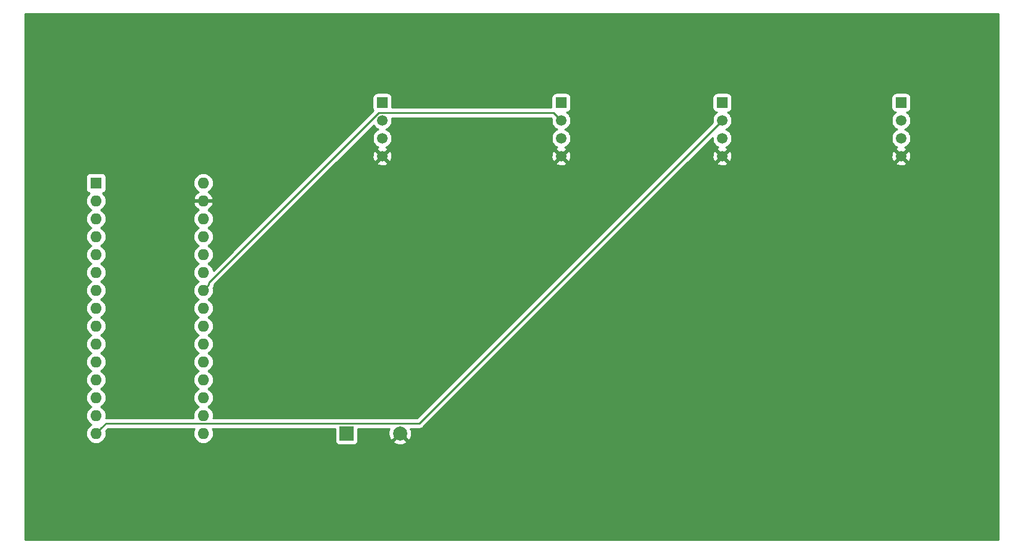
<source format=gbl>
G04 #@! TF.GenerationSoftware,KiCad,Pcbnew,(5.1.0)-1*
G04 #@! TF.CreationDate,2019-10-21T13:58:11-04:00*
G04 #@! TF.ProjectId,PCB_NEW,5043425f-4e45-4572-9e6b-696361645f70,rev?*
G04 #@! TF.SameCoordinates,Original*
G04 #@! TF.FileFunction,Copper,L2,Bot*
G04 #@! TF.FilePolarity,Positive*
%FSLAX46Y46*%
G04 Gerber Fmt 4.6, Leading zero omitted, Abs format (unit mm)*
G04 Created by KiCad (PCBNEW (5.1.0)-1) date 2019-10-21 13:58:11*
%MOMM*%
%LPD*%
G04 APERTURE LIST*
%ADD10C,1.500000*%
%ADD11R,1.500000X1.500000*%
%ADD12C,2.000000*%
%ADD13R,2.000000X2.000000*%
%ADD14O,1.600000X1.600000*%
%ADD15R,1.600000X1.600000*%
%ADD16C,0.250000*%
%ADD17C,0.254000*%
G04 APERTURE END LIST*
D10*
X176530000Y-83820000D03*
X176530000Y-81280000D03*
X176530000Y-78740000D03*
D11*
X176530000Y-76200000D03*
D10*
X151130000Y-83820000D03*
X151130000Y-81280000D03*
X151130000Y-78740000D03*
D11*
X151130000Y-76200000D03*
D10*
X128270000Y-83820000D03*
X128270000Y-81280000D03*
X128270000Y-78740000D03*
D11*
X128270000Y-76200000D03*
D10*
X102870000Y-83820000D03*
X102870000Y-81280000D03*
X102870000Y-78740000D03*
D11*
X102870000Y-76200000D03*
D12*
X105390000Y-123190000D03*
D13*
X97790000Y-123190000D03*
D14*
X77470000Y-123190000D03*
X62230000Y-123190000D03*
X77470000Y-87630000D03*
X62230000Y-120650000D03*
X77470000Y-90170000D03*
X62230000Y-118110000D03*
X77470000Y-92710000D03*
X62230000Y-115570000D03*
X77470000Y-95250000D03*
X62230000Y-113030000D03*
X77470000Y-97790000D03*
X62230000Y-110490000D03*
X77470000Y-100330000D03*
X62230000Y-107950000D03*
X77470000Y-102870000D03*
X62230000Y-105410000D03*
X77470000Y-105410000D03*
X62230000Y-102870000D03*
X77470000Y-107950000D03*
X62230000Y-100330000D03*
X77470000Y-110490000D03*
X62230000Y-97790000D03*
X77470000Y-113030000D03*
X62230000Y-95250000D03*
X77470000Y-115570000D03*
X62230000Y-92710000D03*
X77470000Y-118110000D03*
X62230000Y-90170000D03*
X77470000Y-120650000D03*
D15*
X62230000Y-87630000D03*
D16*
X63029999Y-122390001D02*
X62230000Y-123190000D01*
X63644999Y-121775001D02*
X63029999Y-122390001D01*
X108094999Y-121775001D02*
X63644999Y-121775001D01*
X151130000Y-78740000D02*
X108094999Y-121775001D01*
X78269999Y-102070001D02*
X77470000Y-102870000D01*
X78269999Y-101748999D02*
X78269999Y-102070001D01*
X102353999Y-77664999D02*
X78269999Y-101748999D01*
X127194999Y-77664999D02*
X102353999Y-77664999D01*
X128270000Y-78740000D02*
X127194999Y-77664999D01*
D17*
G36*
X190373000Y-138303000D02*
G01*
X52197000Y-138303000D01*
X52197000Y-90170000D01*
X60788057Y-90170000D01*
X60815764Y-90451309D01*
X60897818Y-90721808D01*
X61031068Y-90971101D01*
X61210392Y-91189608D01*
X61428899Y-91368932D01*
X61561858Y-91440000D01*
X61428899Y-91511068D01*
X61210392Y-91690392D01*
X61031068Y-91908899D01*
X60897818Y-92158192D01*
X60815764Y-92428691D01*
X60788057Y-92710000D01*
X60815764Y-92991309D01*
X60897818Y-93261808D01*
X61031068Y-93511101D01*
X61210392Y-93729608D01*
X61428899Y-93908932D01*
X61561858Y-93980000D01*
X61428899Y-94051068D01*
X61210392Y-94230392D01*
X61031068Y-94448899D01*
X60897818Y-94698192D01*
X60815764Y-94968691D01*
X60788057Y-95250000D01*
X60815764Y-95531309D01*
X60897818Y-95801808D01*
X61031068Y-96051101D01*
X61210392Y-96269608D01*
X61428899Y-96448932D01*
X61561858Y-96520000D01*
X61428899Y-96591068D01*
X61210392Y-96770392D01*
X61031068Y-96988899D01*
X60897818Y-97238192D01*
X60815764Y-97508691D01*
X60788057Y-97790000D01*
X60815764Y-98071309D01*
X60897818Y-98341808D01*
X61031068Y-98591101D01*
X61210392Y-98809608D01*
X61428899Y-98988932D01*
X61561858Y-99060000D01*
X61428899Y-99131068D01*
X61210392Y-99310392D01*
X61031068Y-99528899D01*
X60897818Y-99778192D01*
X60815764Y-100048691D01*
X60788057Y-100330000D01*
X60815764Y-100611309D01*
X60897818Y-100881808D01*
X61031068Y-101131101D01*
X61210392Y-101349608D01*
X61428899Y-101528932D01*
X61561858Y-101600000D01*
X61428899Y-101671068D01*
X61210392Y-101850392D01*
X61031068Y-102068899D01*
X60897818Y-102318192D01*
X60815764Y-102588691D01*
X60788057Y-102870000D01*
X60815764Y-103151309D01*
X60897818Y-103421808D01*
X61031068Y-103671101D01*
X61210392Y-103889608D01*
X61428899Y-104068932D01*
X61561858Y-104140000D01*
X61428899Y-104211068D01*
X61210392Y-104390392D01*
X61031068Y-104608899D01*
X60897818Y-104858192D01*
X60815764Y-105128691D01*
X60788057Y-105410000D01*
X60815764Y-105691309D01*
X60897818Y-105961808D01*
X61031068Y-106211101D01*
X61210392Y-106429608D01*
X61428899Y-106608932D01*
X61561858Y-106680000D01*
X61428899Y-106751068D01*
X61210392Y-106930392D01*
X61031068Y-107148899D01*
X60897818Y-107398192D01*
X60815764Y-107668691D01*
X60788057Y-107950000D01*
X60815764Y-108231309D01*
X60897818Y-108501808D01*
X61031068Y-108751101D01*
X61210392Y-108969608D01*
X61428899Y-109148932D01*
X61561858Y-109220000D01*
X61428899Y-109291068D01*
X61210392Y-109470392D01*
X61031068Y-109688899D01*
X60897818Y-109938192D01*
X60815764Y-110208691D01*
X60788057Y-110490000D01*
X60815764Y-110771309D01*
X60897818Y-111041808D01*
X61031068Y-111291101D01*
X61210392Y-111509608D01*
X61428899Y-111688932D01*
X61561858Y-111760000D01*
X61428899Y-111831068D01*
X61210392Y-112010392D01*
X61031068Y-112228899D01*
X60897818Y-112478192D01*
X60815764Y-112748691D01*
X60788057Y-113030000D01*
X60815764Y-113311309D01*
X60897818Y-113581808D01*
X61031068Y-113831101D01*
X61210392Y-114049608D01*
X61428899Y-114228932D01*
X61561858Y-114300000D01*
X61428899Y-114371068D01*
X61210392Y-114550392D01*
X61031068Y-114768899D01*
X60897818Y-115018192D01*
X60815764Y-115288691D01*
X60788057Y-115570000D01*
X60815764Y-115851309D01*
X60897818Y-116121808D01*
X61031068Y-116371101D01*
X61210392Y-116589608D01*
X61428899Y-116768932D01*
X61561858Y-116840000D01*
X61428899Y-116911068D01*
X61210392Y-117090392D01*
X61031068Y-117308899D01*
X60897818Y-117558192D01*
X60815764Y-117828691D01*
X60788057Y-118110000D01*
X60815764Y-118391309D01*
X60897818Y-118661808D01*
X61031068Y-118911101D01*
X61210392Y-119129608D01*
X61428899Y-119308932D01*
X61561858Y-119380000D01*
X61428899Y-119451068D01*
X61210392Y-119630392D01*
X61031068Y-119848899D01*
X60897818Y-120098192D01*
X60815764Y-120368691D01*
X60788057Y-120650000D01*
X60815764Y-120931309D01*
X60897818Y-121201808D01*
X61031068Y-121451101D01*
X61210392Y-121669608D01*
X61428899Y-121848932D01*
X61561858Y-121920000D01*
X61428899Y-121991068D01*
X61210392Y-122170392D01*
X61031068Y-122388899D01*
X60897818Y-122638192D01*
X60815764Y-122908691D01*
X60788057Y-123190000D01*
X60815764Y-123471309D01*
X60897818Y-123741808D01*
X61031068Y-123991101D01*
X61210392Y-124209608D01*
X61428899Y-124388932D01*
X61678192Y-124522182D01*
X61948691Y-124604236D01*
X62159508Y-124625000D01*
X62300492Y-124625000D01*
X62511309Y-124604236D01*
X62781808Y-124522182D01*
X63031101Y-124388932D01*
X63249608Y-124209608D01*
X63428932Y-123991101D01*
X63562182Y-123741808D01*
X63644236Y-123471309D01*
X63671943Y-123190000D01*
X63644236Y-122908691D01*
X63630708Y-122864093D01*
X63959801Y-122535001D01*
X76192975Y-122535001D01*
X76137818Y-122638192D01*
X76055764Y-122908691D01*
X76028057Y-123190000D01*
X76055764Y-123471309D01*
X76137818Y-123741808D01*
X76271068Y-123991101D01*
X76450392Y-124209608D01*
X76668899Y-124388932D01*
X76918192Y-124522182D01*
X77188691Y-124604236D01*
X77399508Y-124625000D01*
X77540492Y-124625000D01*
X77751309Y-124604236D01*
X78021808Y-124522182D01*
X78271101Y-124388932D01*
X78489608Y-124209608D01*
X78668932Y-123991101D01*
X78802182Y-123741808D01*
X78884236Y-123471309D01*
X78911943Y-123190000D01*
X78884236Y-122908691D01*
X78802182Y-122638192D01*
X78747025Y-122535001D01*
X96151928Y-122535001D01*
X96151928Y-124190000D01*
X96164188Y-124314482D01*
X96200498Y-124434180D01*
X96259463Y-124544494D01*
X96338815Y-124641185D01*
X96435506Y-124720537D01*
X96545820Y-124779502D01*
X96665518Y-124815812D01*
X96790000Y-124828072D01*
X98790000Y-124828072D01*
X98914482Y-124815812D01*
X99034180Y-124779502D01*
X99144494Y-124720537D01*
X99241185Y-124641185D01*
X99320537Y-124544494D01*
X99379502Y-124434180D01*
X99412496Y-124325413D01*
X104434192Y-124325413D01*
X104529956Y-124589814D01*
X104819571Y-124730704D01*
X105131108Y-124812384D01*
X105452595Y-124831718D01*
X105771675Y-124787961D01*
X106076088Y-124682795D01*
X106250044Y-124589814D01*
X106345808Y-124325413D01*
X105390000Y-123369605D01*
X104434192Y-124325413D01*
X99412496Y-124325413D01*
X99415812Y-124314482D01*
X99428072Y-124190000D01*
X99428072Y-122535001D01*
X103890437Y-122535001D01*
X103849296Y-122619571D01*
X103767616Y-122931108D01*
X103748282Y-123252595D01*
X103792039Y-123571675D01*
X103897205Y-123876088D01*
X103990186Y-124050044D01*
X104254587Y-124145808D01*
X105210395Y-123190000D01*
X105196253Y-123175858D01*
X105375858Y-122996253D01*
X105390000Y-123010395D01*
X105404143Y-122996253D01*
X105583748Y-123175858D01*
X105569605Y-123190000D01*
X106525413Y-124145808D01*
X106789814Y-124050044D01*
X106930704Y-123760429D01*
X107012384Y-123448892D01*
X107031718Y-123127405D01*
X106987961Y-122808325D01*
X106893535Y-122535001D01*
X108057677Y-122535001D01*
X108094999Y-122538677D01*
X108132321Y-122535001D01*
X108132332Y-122535001D01*
X108243985Y-122524004D01*
X108387246Y-122480547D01*
X108519275Y-122409975D01*
X108635000Y-122315002D01*
X108658803Y-122285998D01*
X146167808Y-84776993D01*
X150352612Y-84776993D01*
X150418137Y-85015860D01*
X150665116Y-85131760D01*
X150929960Y-85197250D01*
X151202492Y-85209812D01*
X151472238Y-85168965D01*
X151728832Y-85076277D01*
X151841863Y-85015860D01*
X151907388Y-84776993D01*
X175752612Y-84776993D01*
X175818137Y-85015860D01*
X176065116Y-85131760D01*
X176329960Y-85197250D01*
X176602492Y-85209812D01*
X176872238Y-85168965D01*
X177128832Y-85076277D01*
X177241863Y-85015860D01*
X177307388Y-84776993D01*
X176530000Y-83999605D01*
X175752612Y-84776993D01*
X151907388Y-84776993D01*
X151130000Y-83999605D01*
X150352612Y-84776993D01*
X146167808Y-84776993D01*
X147052309Y-83892492D01*
X149740188Y-83892492D01*
X149781035Y-84162238D01*
X149873723Y-84418832D01*
X149934140Y-84531863D01*
X150173007Y-84597388D01*
X150950395Y-83820000D01*
X151309605Y-83820000D01*
X152086993Y-84597388D01*
X152325860Y-84531863D01*
X152441760Y-84284884D01*
X152507250Y-84020040D01*
X152513129Y-83892492D01*
X175140188Y-83892492D01*
X175181035Y-84162238D01*
X175273723Y-84418832D01*
X175334140Y-84531863D01*
X175573007Y-84597388D01*
X176350395Y-83820000D01*
X176709605Y-83820000D01*
X177486993Y-84597388D01*
X177725860Y-84531863D01*
X177841760Y-84284884D01*
X177907250Y-84020040D01*
X177919812Y-83747508D01*
X177878965Y-83477762D01*
X177786277Y-83221168D01*
X177725860Y-83108137D01*
X177486993Y-83042612D01*
X176709605Y-83820000D01*
X176350395Y-83820000D01*
X175573007Y-83042612D01*
X175334140Y-83108137D01*
X175218240Y-83355116D01*
X175152750Y-83619960D01*
X175140188Y-83892492D01*
X152513129Y-83892492D01*
X152519812Y-83747508D01*
X152478965Y-83477762D01*
X152386277Y-83221168D01*
X152325860Y-83108137D01*
X152086993Y-83042612D01*
X151309605Y-83820000D01*
X150950395Y-83820000D01*
X150173007Y-83042612D01*
X149934140Y-83108137D01*
X149818240Y-83355116D01*
X149752750Y-83619960D01*
X149740188Y-83892492D01*
X147052309Y-83892492D01*
X149745000Y-81199802D01*
X149745000Y-81416411D01*
X149798225Y-81683989D01*
X149902629Y-81936043D01*
X150054201Y-82162886D01*
X150247114Y-82355799D01*
X150473957Y-82507371D01*
X150573279Y-82548511D01*
X150531168Y-82563723D01*
X150418137Y-82624140D01*
X150352612Y-82863007D01*
X151130000Y-83640395D01*
X151907388Y-82863007D01*
X151841863Y-82624140D01*
X151683523Y-82549836D01*
X151786043Y-82507371D01*
X152012886Y-82355799D01*
X152205799Y-82162886D01*
X152357371Y-81936043D01*
X152461775Y-81683989D01*
X152515000Y-81416411D01*
X152515000Y-81143589D01*
X152461775Y-80876011D01*
X152357371Y-80623957D01*
X152205799Y-80397114D01*
X152012886Y-80204201D01*
X151786043Y-80052629D01*
X151683127Y-80010000D01*
X151786043Y-79967371D01*
X152012886Y-79815799D01*
X152205799Y-79622886D01*
X152357371Y-79396043D01*
X152461775Y-79143989D01*
X152515000Y-78876411D01*
X152515000Y-78603589D01*
X152461775Y-78336011D01*
X152357371Y-78083957D01*
X152205799Y-77857114D01*
X152012886Y-77664201D01*
X151896517Y-77586445D01*
X152004482Y-77575812D01*
X152124180Y-77539502D01*
X152234494Y-77480537D01*
X152331185Y-77401185D01*
X152410537Y-77304494D01*
X152469502Y-77194180D01*
X152505812Y-77074482D01*
X152518072Y-76950000D01*
X152518072Y-75450000D01*
X175141928Y-75450000D01*
X175141928Y-76950000D01*
X175154188Y-77074482D01*
X175190498Y-77194180D01*
X175249463Y-77304494D01*
X175328815Y-77401185D01*
X175425506Y-77480537D01*
X175535820Y-77539502D01*
X175655518Y-77575812D01*
X175763483Y-77586445D01*
X175647114Y-77664201D01*
X175454201Y-77857114D01*
X175302629Y-78083957D01*
X175198225Y-78336011D01*
X175145000Y-78603589D01*
X175145000Y-78876411D01*
X175198225Y-79143989D01*
X175302629Y-79396043D01*
X175454201Y-79622886D01*
X175647114Y-79815799D01*
X175873957Y-79967371D01*
X175976873Y-80010000D01*
X175873957Y-80052629D01*
X175647114Y-80204201D01*
X175454201Y-80397114D01*
X175302629Y-80623957D01*
X175198225Y-80876011D01*
X175145000Y-81143589D01*
X175145000Y-81416411D01*
X175198225Y-81683989D01*
X175302629Y-81936043D01*
X175454201Y-82162886D01*
X175647114Y-82355799D01*
X175873957Y-82507371D01*
X175973279Y-82548511D01*
X175931168Y-82563723D01*
X175818137Y-82624140D01*
X175752612Y-82863007D01*
X176530000Y-83640395D01*
X177307388Y-82863007D01*
X177241863Y-82624140D01*
X177083523Y-82549836D01*
X177186043Y-82507371D01*
X177412886Y-82355799D01*
X177605799Y-82162886D01*
X177757371Y-81936043D01*
X177861775Y-81683989D01*
X177915000Y-81416411D01*
X177915000Y-81143589D01*
X177861775Y-80876011D01*
X177757371Y-80623957D01*
X177605799Y-80397114D01*
X177412886Y-80204201D01*
X177186043Y-80052629D01*
X177083127Y-80010000D01*
X177186043Y-79967371D01*
X177412886Y-79815799D01*
X177605799Y-79622886D01*
X177757371Y-79396043D01*
X177861775Y-79143989D01*
X177915000Y-78876411D01*
X177915000Y-78603589D01*
X177861775Y-78336011D01*
X177757371Y-78083957D01*
X177605799Y-77857114D01*
X177412886Y-77664201D01*
X177296517Y-77586445D01*
X177404482Y-77575812D01*
X177524180Y-77539502D01*
X177634494Y-77480537D01*
X177731185Y-77401185D01*
X177810537Y-77304494D01*
X177869502Y-77194180D01*
X177905812Y-77074482D01*
X177918072Y-76950000D01*
X177918072Y-75450000D01*
X177905812Y-75325518D01*
X177869502Y-75205820D01*
X177810537Y-75095506D01*
X177731185Y-74998815D01*
X177634494Y-74919463D01*
X177524180Y-74860498D01*
X177404482Y-74824188D01*
X177280000Y-74811928D01*
X175780000Y-74811928D01*
X175655518Y-74824188D01*
X175535820Y-74860498D01*
X175425506Y-74919463D01*
X175328815Y-74998815D01*
X175249463Y-75095506D01*
X175190498Y-75205820D01*
X175154188Y-75325518D01*
X175141928Y-75450000D01*
X152518072Y-75450000D01*
X152505812Y-75325518D01*
X152469502Y-75205820D01*
X152410537Y-75095506D01*
X152331185Y-74998815D01*
X152234494Y-74919463D01*
X152124180Y-74860498D01*
X152004482Y-74824188D01*
X151880000Y-74811928D01*
X150380000Y-74811928D01*
X150255518Y-74824188D01*
X150135820Y-74860498D01*
X150025506Y-74919463D01*
X149928815Y-74998815D01*
X149849463Y-75095506D01*
X149790498Y-75205820D01*
X149754188Y-75325518D01*
X149741928Y-75450000D01*
X149741928Y-76950000D01*
X149754188Y-77074482D01*
X149790498Y-77194180D01*
X149849463Y-77304494D01*
X149928815Y-77401185D01*
X150025506Y-77480537D01*
X150135820Y-77539502D01*
X150255518Y-77575812D01*
X150363483Y-77586445D01*
X150247114Y-77664201D01*
X150054201Y-77857114D01*
X149902629Y-78083957D01*
X149798225Y-78336011D01*
X149745000Y-78603589D01*
X149745000Y-78876411D01*
X149773833Y-79021365D01*
X107780198Y-121015001D01*
X78858849Y-121015001D01*
X78884236Y-120931309D01*
X78911943Y-120650000D01*
X78884236Y-120368691D01*
X78802182Y-120098192D01*
X78668932Y-119848899D01*
X78489608Y-119630392D01*
X78271101Y-119451068D01*
X78138142Y-119380000D01*
X78271101Y-119308932D01*
X78489608Y-119129608D01*
X78668932Y-118911101D01*
X78802182Y-118661808D01*
X78884236Y-118391309D01*
X78911943Y-118110000D01*
X78884236Y-117828691D01*
X78802182Y-117558192D01*
X78668932Y-117308899D01*
X78489608Y-117090392D01*
X78271101Y-116911068D01*
X78138142Y-116840000D01*
X78271101Y-116768932D01*
X78489608Y-116589608D01*
X78668932Y-116371101D01*
X78802182Y-116121808D01*
X78884236Y-115851309D01*
X78911943Y-115570000D01*
X78884236Y-115288691D01*
X78802182Y-115018192D01*
X78668932Y-114768899D01*
X78489608Y-114550392D01*
X78271101Y-114371068D01*
X78138142Y-114300000D01*
X78271101Y-114228932D01*
X78489608Y-114049608D01*
X78668932Y-113831101D01*
X78802182Y-113581808D01*
X78884236Y-113311309D01*
X78911943Y-113030000D01*
X78884236Y-112748691D01*
X78802182Y-112478192D01*
X78668932Y-112228899D01*
X78489608Y-112010392D01*
X78271101Y-111831068D01*
X78138142Y-111760000D01*
X78271101Y-111688932D01*
X78489608Y-111509608D01*
X78668932Y-111291101D01*
X78802182Y-111041808D01*
X78884236Y-110771309D01*
X78911943Y-110490000D01*
X78884236Y-110208691D01*
X78802182Y-109938192D01*
X78668932Y-109688899D01*
X78489608Y-109470392D01*
X78271101Y-109291068D01*
X78138142Y-109220000D01*
X78271101Y-109148932D01*
X78489608Y-108969608D01*
X78668932Y-108751101D01*
X78802182Y-108501808D01*
X78884236Y-108231309D01*
X78911943Y-107950000D01*
X78884236Y-107668691D01*
X78802182Y-107398192D01*
X78668932Y-107148899D01*
X78489608Y-106930392D01*
X78271101Y-106751068D01*
X78138142Y-106680000D01*
X78271101Y-106608932D01*
X78489608Y-106429608D01*
X78668932Y-106211101D01*
X78802182Y-105961808D01*
X78884236Y-105691309D01*
X78911943Y-105410000D01*
X78884236Y-105128691D01*
X78802182Y-104858192D01*
X78668932Y-104608899D01*
X78489608Y-104390392D01*
X78271101Y-104211068D01*
X78138142Y-104140000D01*
X78271101Y-104068932D01*
X78489608Y-103889608D01*
X78668932Y-103671101D01*
X78802182Y-103421808D01*
X78884236Y-103151309D01*
X78911943Y-102870000D01*
X78884236Y-102588691D01*
X78868922Y-102538206D01*
X78904972Y-102494278D01*
X78904973Y-102494277D01*
X78975545Y-102362248D01*
X79019002Y-102218986D01*
X79029999Y-102107333D01*
X79029999Y-102107325D01*
X79033675Y-102070002D01*
X79032789Y-102061010D01*
X96316806Y-84776993D01*
X102092612Y-84776993D01*
X102158137Y-85015860D01*
X102405116Y-85131760D01*
X102669960Y-85197250D01*
X102942492Y-85209812D01*
X103212238Y-85168965D01*
X103468832Y-85076277D01*
X103581863Y-85015860D01*
X103647388Y-84776993D01*
X127492612Y-84776993D01*
X127558137Y-85015860D01*
X127805116Y-85131760D01*
X128069960Y-85197250D01*
X128342492Y-85209812D01*
X128612238Y-85168965D01*
X128868832Y-85076277D01*
X128981863Y-85015860D01*
X129047388Y-84776993D01*
X128270000Y-83999605D01*
X127492612Y-84776993D01*
X103647388Y-84776993D01*
X102870000Y-83999605D01*
X102092612Y-84776993D01*
X96316806Y-84776993D01*
X97201308Y-83892492D01*
X101480188Y-83892492D01*
X101521035Y-84162238D01*
X101613723Y-84418832D01*
X101674140Y-84531863D01*
X101913007Y-84597388D01*
X102690395Y-83820000D01*
X103049605Y-83820000D01*
X103826993Y-84597388D01*
X104065860Y-84531863D01*
X104181760Y-84284884D01*
X104247250Y-84020040D01*
X104253129Y-83892492D01*
X126880188Y-83892492D01*
X126921035Y-84162238D01*
X127013723Y-84418832D01*
X127074140Y-84531863D01*
X127313007Y-84597388D01*
X128090395Y-83820000D01*
X128449605Y-83820000D01*
X129226993Y-84597388D01*
X129465860Y-84531863D01*
X129581760Y-84284884D01*
X129647250Y-84020040D01*
X129659812Y-83747508D01*
X129618965Y-83477762D01*
X129526277Y-83221168D01*
X129465860Y-83108137D01*
X129226993Y-83042612D01*
X128449605Y-83820000D01*
X128090395Y-83820000D01*
X127313007Y-83042612D01*
X127074140Y-83108137D01*
X126958240Y-83355116D01*
X126892750Y-83619960D01*
X126880188Y-83892492D01*
X104253129Y-83892492D01*
X104259812Y-83747508D01*
X104218965Y-83477762D01*
X104126277Y-83221168D01*
X104065860Y-83108137D01*
X103826993Y-83042612D01*
X103049605Y-83820000D01*
X102690395Y-83820000D01*
X101913007Y-83042612D01*
X101674140Y-83108137D01*
X101558240Y-83355116D01*
X101492750Y-83619960D01*
X101480188Y-83892492D01*
X97201308Y-83892492D01*
X101664711Y-79429090D01*
X101794201Y-79622886D01*
X101987114Y-79815799D01*
X102213957Y-79967371D01*
X102316873Y-80010000D01*
X102213957Y-80052629D01*
X101987114Y-80204201D01*
X101794201Y-80397114D01*
X101642629Y-80623957D01*
X101538225Y-80876011D01*
X101485000Y-81143589D01*
X101485000Y-81416411D01*
X101538225Y-81683989D01*
X101642629Y-81936043D01*
X101794201Y-82162886D01*
X101987114Y-82355799D01*
X102213957Y-82507371D01*
X102313279Y-82548511D01*
X102271168Y-82563723D01*
X102158137Y-82624140D01*
X102092612Y-82863007D01*
X102870000Y-83640395D01*
X103647388Y-82863007D01*
X103581863Y-82624140D01*
X103423523Y-82549836D01*
X103526043Y-82507371D01*
X103752886Y-82355799D01*
X103945799Y-82162886D01*
X104097371Y-81936043D01*
X104201775Y-81683989D01*
X104255000Y-81416411D01*
X104255000Y-81143589D01*
X104201775Y-80876011D01*
X104097371Y-80623957D01*
X103945799Y-80397114D01*
X103752886Y-80204201D01*
X103526043Y-80052629D01*
X103423127Y-80010000D01*
X103526043Y-79967371D01*
X103752886Y-79815799D01*
X103945799Y-79622886D01*
X104097371Y-79396043D01*
X104201775Y-79143989D01*
X104255000Y-78876411D01*
X104255000Y-78603589D01*
X104219476Y-78424999D01*
X126880198Y-78424999D01*
X126913833Y-78458635D01*
X126885000Y-78603589D01*
X126885000Y-78876411D01*
X126938225Y-79143989D01*
X127042629Y-79396043D01*
X127194201Y-79622886D01*
X127387114Y-79815799D01*
X127613957Y-79967371D01*
X127716873Y-80010000D01*
X127613957Y-80052629D01*
X127387114Y-80204201D01*
X127194201Y-80397114D01*
X127042629Y-80623957D01*
X126938225Y-80876011D01*
X126885000Y-81143589D01*
X126885000Y-81416411D01*
X126938225Y-81683989D01*
X127042629Y-81936043D01*
X127194201Y-82162886D01*
X127387114Y-82355799D01*
X127613957Y-82507371D01*
X127713279Y-82548511D01*
X127671168Y-82563723D01*
X127558137Y-82624140D01*
X127492612Y-82863007D01*
X128270000Y-83640395D01*
X129047388Y-82863007D01*
X128981863Y-82624140D01*
X128823523Y-82549836D01*
X128926043Y-82507371D01*
X129152886Y-82355799D01*
X129345799Y-82162886D01*
X129497371Y-81936043D01*
X129601775Y-81683989D01*
X129655000Y-81416411D01*
X129655000Y-81143589D01*
X129601775Y-80876011D01*
X129497371Y-80623957D01*
X129345799Y-80397114D01*
X129152886Y-80204201D01*
X128926043Y-80052629D01*
X128823127Y-80010000D01*
X128926043Y-79967371D01*
X129152886Y-79815799D01*
X129345799Y-79622886D01*
X129497371Y-79396043D01*
X129601775Y-79143989D01*
X129655000Y-78876411D01*
X129655000Y-78603589D01*
X129601775Y-78336011D01*
X129497371Y-78083957D01*
X129345799Y-77857114D01*
X129152886Y-77664201D01*
X129036517Y-77586445D01*
X129144482Y-77575812D01*
X129264180Y-77539502D01*
X129374494Y-77480537D01*
X129471185Y-77401185D01*
X129550537Y-77304494D01*
X129609502Y-77194180D01*
X129645812Y-77074482D01*
X129658072Y-76950000D01*
X129658072Y-75450000D01*
X129645812Y-75325518D01*
X129609502Y-75205820D01*
X129550537Y-75095506D01*
X129471185Y-74998815D01*
X129374494Y-74919463D01*
X129264180Y-74860498D01*
X129144482Y-74824188D01*
X129020000Y-74811928D01*
X127520000Y-74811928D01*
X127395518Y-74824188D01*
X127275820Y-74860498D01*
X127165506Y-74919463D01*
X127068815Y-74998815D01*
X126989463Y-75095506D01*
X126930498Y-75205820D01*
X126894188Y-75325518D01*
X126881928Y-75450000D01*
X126881928Y-76904999D01*
X104258072Y-76904999D01*
X104258072Y-75450000D01*
X104245812Y-75325518D01*
X104209502Y-75205820D01*
X104150537Y-75095506D01*
X104071185Y-74998815D01*
X103974494Y-74919463D01*
X103864180Y-74860498D01*
X103744482Y-74824188D01*
X103620000Y-74811928D01*
X102120000Y-74811928D01*
X101995518Y-74824188D01*
X101875820Y-74860498D01*
X101765506Y-74919463D01*
X101668815Y-74998815D01*
X101589463Y-75095506D01*
X101530498Y-75205820D01*
X101494188Y-75325518D01*
X101481928Y-75450000D01*
X101481928Y-76950000D01*
X101494188Y-77074482D01*
X101530498Y-77194180D01*
X101589463Y-77304494D01*
X101612108Y-77332087D01*
X78885246Y-100058950D01*
X78884236Y-100048691D01*
X78802182Y-99778192D01*
X78668932Y-99528899D01*
X78489608Y-99310392D01*
X78271101Y-99131068D01*
X78138142Y-99060000D01*
X78271101Y-98988932D01*
X78489608Y-98809608D01*
X78668932Y-98591101D01*
X78802182Y-98341808D01*
X78884236Y-98071309D01*
X78911943Y-97790000D01*
X78884236Y-97508691D01*
X78802182Y-97238192D01*
X78668932Y-96988899D01*
X78489608Y-96770392D01*
X78271101Y-96591068D01*
X78138142Y-96520000D01*
X78271101Y-96448932D01*
X78489608Y-96269608D01*
X78668932Y-96051101D01*
X78802182Y-95801808D01*
X78884236Y-95531309D01*
X78911943Y-95250000D01*
X78884236Y-94968691D01*
X78802182Y-94698192D01*
X78668932Y-94448899D01*
X78489608Y-94230392D01*
X78271101Y-94051068D01*
X78138142Y-93980000D01*
X78271101Y-93908932D01*
X78489608Y-93729608D01*
X78668932Y-93511101D01*
X78802182Y-93261808D01*
X78884236Y-92991309D01*
X78911943Y-92710000D01*
X78884236Y-92428691D01*
X78802182Y-92158192D01*
X78668932Y-91908899D01*
X78489608Y-91690392D01*
X78271101Y-91511068D01*
X78133318Y-91437421D01*
X78325131Y-91322385D01*
X78533519Y-91133414D01*
X78701037Y-90907420D01*
X78821246Y-90653087D01*
X78861904Y-90519039D01*
X78739915Y-90297000D01*
X77597000Y-90297000D01*
X77597000Y-90317000D01*
X77343000Y-90317000D01*
X77343000Y-90297000D01*
X76200085Y-90297000D01*
X76078096Y-90519039D01*
X76118754Y-90653087D01*
X76238963Y-90907420D01*
X76406481Y-91133414D01*
X76614869Y-91322385D01*
X76806682Y-91437421D01*
X76668899Y-91511068D01*
X76450392Y-91690392D01*
X76271068Y-91908899D01*
X76137818Y-92158192D01*
X76055764Y-92428691D01*
X76028057Y-92710000D01*
X76055764Y-92991309D01*
X76137818Y-93261808D01*
X76271068Y-93511101D01*
X76450392Y-93729608D01*
X76668899Y-93908932D01*
X76801858Y-93980000D01*
X76668899Y-94051068D01*
X76450392Y-94230392D01*
X76271068Y-94448899D01*
X76137818Y-94698192D01*
X76055764Y-94968691D01*
X76028057Y-95250000D01*
X76055764Y-95531309D01*
X76137818Y-95801808D01*
X76271068Y-96051101D01*
X76450392Y-96269608D01*
X76668899Y-96448932D01*
X76801858Y-96520000D01*
X76668899Y-96591068D01*
X76450392Y-96770392D01*
X76271068Y-96988899D01*
X76137818Y-97238192D01*
X76055764Y-97508691D01*
X76028057Y-97790000D01*
X76055764Y-98071309D01*
X76137818Y-98341808D01*
X76271068Y-98591101D01*
X76450392Y-98809608D01*
X76668899Y-98988932D01*
X76801858Y-99060000D01*
X76668899Y-99131068D01*
X76450392Y-99310392D01*
X76271068Y-99528899D01*
X76137818Y-99778192D01*
X76055764Y-100048691D01*
X76028057Y-100330000D01*
X76055764Y-100611309D01*
X76137818Y-100881808D01*
X76271068Y-101131101D01*
X76450392Y-101349608D01*
X76668899Y-101528932D01*
X76801858Y-101600000D01*
X76668899Y-101671068D01*
X76450392Y-101850392D01*
X76271068Y-102068899D01*
X76137818Y-102318192D01*
X76055764Y-102588691D01*
X76028057Y-102870000D01*
X76055764Y-103151309D01*
X76137818Y-103421808D01*
X76271068Y-103671101D01*
X76450392Y-103889608D01*
X76668899Y-104068932D01*
X76801858Y-104140000D01*
X76668899Y-104211068D01*
X76450392Y-104390392D01*
X76271068Y-104608899D01*
X76137818Y-104858192D01*
X76055764Y-105128691D01*
X76028057Y-105410000D01*
X76055764Y-105691309D01*
X76137818Y-105961808D01*
X76271068Y-106211101D01*
X76450392Y-106429608D01*
X76668899Y-106608932D01*
X76801858Y-106680000D01*
X76668899Y-106751068D01*
X76450392Y-106930392D01*
X76271068Y-107148899D01*
X76137818Y-107398192D01*
X76055764Y-107668691D01*
X76028057Y-107950000D01*
X76055764Y-108231309D01*
X76137818Y-108501808D01*
X76271068Y-108751101D01*
X76450392Y-108969608D01*
X76668899Y-109148932D01*
X76801858Y-109220000D01*
X76668899Y-109291068D01*
X76450392Y-109470392D01*
X76271068Y-109688899D01*
X76137818Y-109938192D01*
X76055764Y-110208691D01*
X76028057Y-110490000D01*
X76055764Y-110771309D01*
X76137818Y-111041808D01*
X76271068Y-111291101D01*
X76450392Y-111509608D01*
X76668899Y-111688932D01*
X76801858Y-111760000D01*
X76668899Y-111831068D01*
X76450392Y-112010392D01*
X76271068Y-112228899D01*
X76137818Y-112478192D01*
X76055764Y-112748691D01*
X76028057Y-113030000D01*
X76055764Y-113311309D01*
X76137818Y-113581808D01*
X76271068Y-113831101D01*
X76450392Y-114049608D01*
X76668899Y-114228932D01*
X76801858Y-114300000D01*
X76668899Y-114371068D01*
X76450392Y-114550392D01*
X76271068Y-114768899D01*
X76137818Y-115018192D01*
X76055764Y-115288691D01*
X76028057Y-115570000D01*
X76055764Y-115851309D01*
X76137818Y-116121808D01*
X76271068Y-116371101D01*
X76450392Y-116589608D01*
X76668899Y-116768932D01*
X76801858Y-116840000D01*
X76668899Y-116911068D01*
X76450392Y-117090392D01*
X76271068Y-117308899D01*
X76137818Y-117558192D01*
X76055764Y-117828691D01*
X76028057Y-118110000D01*
X76055764Y-118391309D01*
X76137818Y-118661808D01*
X76271068Y-118911101D01*
X76450392Y-119129608D01*
X76668899Y-119308932D01*
X76801858Y-119380000D01*
X76668899Y-119451068D01*
X76450392Y-119630392D01*
X76271068Y-119848899D01*
X76137818Y-120098192D01*
X76055764Y-120368691D01*
X76028057Y-120650000D01*
X76055764Y-120931309D01*
X76081151Y-121015001D01*
X63682321Y-121015001D01*
X63644998Y-121011325D01*
X63619193Y-121013867D01*
X63644236Y-120931309D01*
X63671943Y-120650000D01*
X63644236Y-120368691D01*
X63562182Y-120098192D01*
X63428932Y-119848899D01*
X63249608Y-119630392D01*
X63031101Y-119451068D01*
X62898142Y-119380000D01*
X63031101Y-119308932D01*
X63249608Y-119129608D01*
X63428932Y-118911101D01*
X63562182Y-118661808D01*
X63644236Y-118391309D01*
X63671943Y-118110000D01*
X63644236Y-117828691D01*
X63562182Y-117558192D01*
X63428932Y-117308899D01*
X63249608Y-117090392D01*
X63031101Y-116911068D01*
X62898142Y-116840000D01*
X63031101Y-116768932D01*
X63249608Y-116589608D01*
X63428932Y-116371101D01*
X63562182Y-116121808D01*
X63644236Y-115851309D01*
X63671943Y-115570000D01*
X63644236Y-115288691D01*
X63562182Y-115018192D01*
X63428932Y-114768899D01*
X63249608Y-114550392D01*
X63031101Y-114371068D01*
X62898142Y-114300000D01*
X63031101Y-114228932D01*
X63249608Y-114049608D01*
X63428932Y-113831101D01*
X63562182Y-113581808D01*
X63644236Y-113311309D01*
X63671943Y-113030000D01*
X63644236Y-112748691D01*
X63562182Y-112478192D01*
X63428932Y-112228899D01*
X63249608Y-112010392D01*
X63031101Y-111831068D01*
X62898142Y-111760000D01*
X63031101Y-111688932D01*
X63249608Y-111509608D01*
X63428932Y-111291101D01*
X63562182Y-111041808D01*
X63644236Y-110771309D01*
X63671943Y-110490000D01*
X63644236Y-110208691D01*
X63562182Y-109938192D01*
X63428932Y-109688899D01*
X63249608Y-109470392D01*
X63031101Y-109291068D01*
X62898142Y-109220000D01*
X63031101Y-109148932D01*
X63249608Y-108969608D01*
X63428932Y-108751101D01*
X63562182Y-108501808D01*
X63644236Y-108231309D01*
X63671943Y-107950000D01*
X63644236Y-107668691D01*
X63562182Y-107398192D01*
X63428932Y-107148899D01*
X63249608Y-106930392D01*
X63031101Y-106751068D01*
X62898142Y-106680000D01*
X63031101Y-106608932D01*
X63249608Y-106429608D01*
X63428932Y-106211101D01*
X63562182Y-105961808D01*
X63644236Y-105691309D01*
X63671943Y-105410000D01*
X63644236Y-105128691D01*
X63562182Y-104858192D01*
X63428932Y-104608899D01*
X63249608Y-104390392D01*
X63031101Y-104211068D01*
X62898142Y-104140000D01*
X63031101Y-104068932D01*
X63249608Y-103889608D01*
X63428932Y-103671101D01*
X63562182Y-103421808D01*
X63644236Y-103151309D01*
X63671943Y-102870000D01*
X63644236Y-102588691D01*
X63562182Y-102318192D01*
X63428932Y-102068899D01*
X63249608Y-101850392D01*
X63031101Y-101671068D01*
X62898142Y-101600000D01*
X63031101Y-101528932D01*
X63249608Y-101349608D01*
X63428932Y-101131101D01*
X63562182Y-100881808D01*
X63644236Y-100611309D01*
X63671943Y-100330000D01*
X63644236Y-100048691D01*
X63562182Y-99778192D01*
X63428932Y-99528899D01*
X63249608Y-99310392D01*
X63031101Y-99131068D01*
X62898142Y-99060000D01*
X63031101Y-98988932D01*
X63249608Y-98809608D01*
X63428932Y-98591101D01*
X63562182Y-98341808D01*
X63644236Y-98071309D01*
X63671943Y-97790000D01*
X63644236Y-97508691D01*
X63562182Y-97238192D01*
X63428932Y-96988899D01*
X63249608Y-96770392D01*
X63031101Y-96591068D01*
X62898142Y-96520000D01*
X63031101Y-96448932D01*
X63249608Y-96269608D01*
X63428932Y-96051101D01*
X63562182Y-95801808D01*
X63644236Y-95531309D01*
X63671943Y-95250000D01*
X63644236Y-94968691D01*
X63562182Y-94698192D01*
X63428932Y-94448899D01*
X63249608Y-94230392D01*
X63031101Y-94051068D01*
X62898142Y-93980000D01*
X63031101Y-93908932D01*
X63249608Y-93729608D01*
X63428932Y-93511101D01*
X63562182Y-93261808D01*
X63644236Y-92991309D01*
X63671943Y-92710000D01*
X63644236Y-92428691D01*
X63562182Y-92158192D01*
X63428932Y-91908899D01*
X63249608Y-91690392D01*
X63031101Y-91511068D01*
X62898142Y-91440000D01*
X63031101Y-91368932D01*
X63249608Y-91189608D01*
X63428932Y-90971101D01*
X63562182Y-90721808D01*
X63644236Y-90451309D01*
X63671943Y-90170000D01*
X63644236Y-89888691D01*
X63562182Y-89618192D01*
X63428932Y-89368899D01*
X63249608Y-89150392D01*
X63136518Y-89057581D01*
X63154482Y-89055812D01*
X63274180Y-89019502D01*
X63384494Y-88960537D01*
X63481185Y-88881185D01*
X63560537Y-88784494D01*
X63619502Y-88674180D01*
X63655812Y-88554482D01*
X63668072Y-88430000D01*
X63668072Y-87630000D01*
X76028057Y-87630000D01*
X76055764Y-87911309D01*
X76137818Y-88181808D01*
X76271068Y-88431101D01*
X76450392Y-88649608D01*
X76668899Y-88828932D01*
X76806682Y-88902579D01*
X76614869Y-89017615D01*
X76406481Y-89206586D01*
X76238963Y-89432580D01*
X76118754Y-89686913D01*
X76078096Y-89820961D01*
X76200085Y-90043000D01*
X77343000Y-90043000D01*
X77343000Y-90023000D01*
X77597000Y-90023000D01*
X77597000Y-90043000D01*
X78739915Y-90043000D01*
X78861904Y-89820961D01*
X78821246Y-89686913D01*
X78701037Y-89432580D01*
X78533519Y-89206586D01*
X78325131Y-89017615D01*
X78133318Y-88902579D01*
X78271101Y-88828932D01*
X78489608Y-88649608D01*
X78668932Y-88431101D01*
X78802182Y-88181808D01*
X78884236Y-87911309D01*
X78911943Y-87630000D01*
X78884236Y-87348691D01*
X78802182Y-87078192D01*
X78668932Y-86828899D01*
X78489608Y-86610392D01*
X78271101Y-86431068D01*
X78021808Y-86297818D01*
X77751309Y-86215764D01*
X77540492Y-86195000D01*
X77399508Y-86195000D01*
X77188691Y-86215764D01*
X76918192Y-86297818D01*
X76668899Y-86431068D01*
X76450392Y-86610392D01*
X76271068Y-86828899D01*
X76137818Y-87078192D01*
X76055764Y-87348691D01*
X76028057Y-87630000D01*
X63668072Y-87630000D01*
X63668072Y-86830000D01*
X63655812Y-86705518D01*
X63619502Y-86585820D01*
X63560537Y-86475506D01*
X63481185Y-86378815D01*
X63384494Y-86299463D01*
X63274180Y-86240498D01*
X63154482Y-86204188D01*
X63030000Y-86191928D01*
X61430000Y-86191928D01*
X61305518Y-86204188D01*
X61185820Y-86240498D01*
X61075506Y-86299463D01*
X60978815Y-86378815D01*
X60899463Y-86475506D01*
X60840498Y-86585820D01*
X60804188Y-86705518D01*
X60791928Y-86830000D01*
X60791928Y-88430000D01*
X60804188Y-88554482D01*
X60840498Y-88674180D01*
X60899463Y-88784494D01*
X60978815Y-88881185D01*
X61075506Y-88960537D01*
X61185820Y-89019502D01*
X61305518Y-89055812D01*
X61323482Y-89057581D01*
X61210392Y-89150392D01*
X61031068Y-89368899D01*
X60897818Y-89618192D01*
X60815764Y-89888691D01*
X60788057Y-90170000D01*
X52197000Y-90170000D01*
X52197000Y-63627000D01*
X190373000Y-63627000D01*
X190373000Y-138303000D01*
X190373000Y-138303000D01*
G37*
X190373000Y-138303000D02*
X52197000Y-138303000D01*
X52197000Y-90170000D01*
X60788057Y-90170000D01*
X60815764Y-90451309D01*
X60897818Y-90721808D01*
X61031068Y-90971101D01*
X61210392Y-91189608D01*
X61428899Y-91368932D01*
X61561858Y-91440000D01*
X61428899Y-91511068D01*
X61210392Y-91690392D01*
X61031068Y-91908899D01*
X60897818Y-92158192D01*
X60815764Y-92428691D01*
X60788057Y-92710000D01*
X60815764Y-92991309D01*
X60897818Y-93261808D01*
X61031068Y-93511101D01*
X61210392Y-93729608D01*
X61428899Y-93908932D01*
X61561858Y-93980000D01*
X61428899Y-94051068D01*
X61210392Y-94230392D01*
X61031068Y-94448899D01*
X60897818Y-94698192D01*
X60815764Y-94968691D01*
X60788057Y-95250000D01*
X60815764Y-95531309D01*
X60897818Y-95801808D01*
X61031068Y-96051101D01*
X61210392Y-96269608D01*
X61428899Y-96448932D01*
X61561858Y-96520000D01*
X61428899Y-96591068D01*
X61210392Y-96770392D01*
X61031068Y-96988899D01*
X60897818Y-97238192D01*
X60815764Y-97508691D01*
X60788057Y-97790000D01*
X60815764Y-98071309D01*
X60897818Y-98341808D01*
X61031068Y-98591101D01*
X61210392Y-98809608D01*
X61428899Y-98988932D01*
X61561858Y-99060000D01*
X61428899Y-99131068D01*
X61210392Y-99310392D01*
X61031068Y-99528899D01*
X60897818Y-99778192D01*
X60815764Y-100048691D01*
X60788057Y-100330000D01*
X60815764Y-100611309D01*
X60897818Y-100881808D01*
X61031068Y-101131101D01*
X61210392Y-101349608D01*
X61428899Y-101528932D01*
X61561858Y-101600000D01*
X61428899Y-101671068D01*
X61210392Y-101850392D01*
X61031068Y-102068899D01*
X60897818Y-102318192D01*
X60815764Y-102588691D01*
X60788057Y-102870000D01*
X60815764Y-103151309D01*
X60897818Y-103421808D01*
X61031068Y-103671101D01*
X61210392Y-103889608D01*
X61428899Y-104068932D01*
X61561858Y-104140000D01*
X61428899Y-104211068D01*
X61210392Y-104390392D01*
X61031068Y-104608899D01*
X60897818Y-104858192D01*
X60815764Y-105128691D01*
X60788057Y-105410000D01*
X60815764Y-105691309D01*
X60897818Y-105961808D01*
X61031068Y-106211101D01*
X61210392Y-106429608D01*
X61428899Y-106608932D01*
X61561858Y-106680000D01*
X61428899Y-106751068D01*
X61210392Y-106930392D01*
X61031068Y-107148899D01*
X60897818Y-107398192D01*
X60815764Y-107668691D01*
X60788057Y-107950000D01*
X60815764Y-108231309D01*
X60897818Y-108501808D01*
X61031068Y-108751101D01*
X61210392Y-108969608D01*
X61428899Y-109148932D01*
X61561858Y-109220000D01*
X61428899Y-109291068D01*
X61210392Y-109470392D01*
X61031068Y-109688899D01*
X60897818Y-109938192D01*
X60815764Y-110208691D01*
X60788057Y-110490000D01*
X60815764Y-110771309D01*
X60897818Y-111041808D01*
X61031068Y-111291101D01*
X61210392Y-111509608D01*
X61428899Y-111688932D01*
X61561858Y-111760000D01*
X61428899Y-111831068D01*
X61210392Y-112010392D01*
X61031068Y-112228899D01*
X60897818Y-112478192D01*
X60815764Y-112748691D01*
X60788057Y-113030000D01*
X60815764Y-113311309D01*
X60897818Y-113581808D01*
X61031068Y-113831101D01*
X61210392Y-114049608D01*
X61428899Y-114228932D01*
X61561858Y-114300000D01*
X61428899Y-114371068D01*
X61210392Y-114550392D01*
X61031068Y-114768899D01*
X60897818Y-115018192D01*
X60815764Y-115288691D01*
X60788057Y-115570000D01*
X60815764Y-115851309D01*
X60897818Y-116121808D01*
X61031068Y-116371101D01*
X61210392Y-116589608D01*
X61428899Y-116768932D01*
X61561858Y-116840000D01*
X61428899Y-116911068D01*
X61210392Y-117090392D01*
X61031068Y-117308899D01*
X60897818Y-117558192D01*
X60815764Y-117828691D01*
X60788057Y-118110000D01*
X60815764Y-118391309D01*
X60897818Y-118661808D01*
X61031068Y-118911101D01*
X61210392Y-119129608D01*
X61428899Y-119308932D01*
X61561858Y-119380000D01*
X61428899Y-119451068D01*
X61210392Y-119630392D01*
X61031068Y-119848899D01*
X60897818Y-120098192D01*
X60815764Y-120368691D01*
X60788057Y-120650000D01*
X60815764Y-120931309D01*
X60897818Y-121201808D01*
X61031068Y-121451101D01*
X61210392Y-121669608D01*
X61428899Y-121848932D01*
X61561858Y-121920000D01*
X61428899Y-121991068D01*
X61210392Y-122170392D01*
X61031068Y-122388899D01*
X60897818Y-122638192D01*
X60815764Y-122908691D01*
X60788057Y-123190000D01*
X60815764Y-123471309D01*
X60897818Y-123741808D01*
X61031068Y-123991101D01*
X61210392Y-124209608D01*
X61428899Y-124388932D01*
X61678192Y-124522182D01*
X61948691Y-124604236D01*
X62159508Y-124625000D01*
X62300492Y-124625000D01*
X62511309Y-124604236D01*
X62781808Y-124522182D01*
X63031101Y-124388932D01*
X63249608Y-124209608D01*
X63428932Y-123991101D01*
X63562182Y-123741808D01*
X63644236Y-123471309D01*
X63671943Y-123190000D01*
X63644236Y-122908691D01*
X63630708Y-122864093D01*
X63959801Y-122535001D01*
X76192975Y-122535001D01*
X76137818Y-122638192D01*
X76055764Y-122908691D01*
X76028057Y-123190000D01*
X76055764Y-123471309D01*
X76137818Y-123741808D01*
X76271068Y-123991101D01*
X76450392Y-124209608D01*
X76668899Y-124388932D01*
X76918192Y-124522182D01*
X77188691Y-124604236D01*
X77399508Y-124625000D01*
X77540492Y-124625000D01*
X77751309Y-124604236D01*
X78021808Y-124522182D01*
X78271101Y-124388932D01*
X78489608Y-124209608D01*
X78668932Y-123991101D01*
X78802182Y-123741808D01*
X78884236Y-123471309D01*
X78911943Y-123190000D01*
X78884236Y-122908691D01*
X78802182Y-122638192D01*
X78747025Y-122535001D01*
X96151928Y-122535001D01*
X96151928Y-124190000D01*
X96164188Y-124314482D01*
X96200498Y-124434180D01*
X96259463Y-124544494D01*
X96338815Y-124641185D01*
X96435506Y-124720537D01*
X96545820Y-124779502D01*
X96665518Y-124815812D01*
X96790000Y-124828072D01*
X98790000Y-124828072D01*
X98914482Y-124815812D01*
X99034180Y-124779502D01*
X99144494Y-124720537D01*
X99241185Y-124641185D01*
X99320537Y-124544494D01*
X99379502Y-124434180D01*
X99412496Y-124325413D01*
X104434192Y-124325413D01*
X104529956Y-124589814D01*
X104819571Y-124730704D01*
X105131108Y-124812384D01*
X105452595Y-124831718D01*
X105771675Y-124787961D01*
X106076088Y-124682795D01*
X106250044Y-124589814D01*
X106345808Y-124325413D01*
X105390000Y-123369605D01*
X104434192Y-124325413D01*
X99412496Y-124325413D01*
X99415812Y-124314482D01*
X99428072Y-124190000D01*
X99428072Y-122535001D01*
X103890437Y-122535001D01*
X103849296Y-122619571D01*
X103767616Y-122931108D01*
X103748282Y-123252595D01*
X103792039Y-123571675D01*
X103897205Y-123876088D01*
X103990186Y-124050044D01*
X104254587Y-124145808D01*
X105210395Y-123190000D01*
X105196253Y-123175858D01*
X105375858Y-122996253D01*
X105390000Y-123010395D01*
X105404143Y-122996253D01*
X105583748Y-123175858D01*
X105569605Y-123190000D01*
X106525413Y-124145808D01*
X106789814Y-124050044D01*
X106930704Y-123760429D01*
X107012384Y-123448892D01*
X107031718Y-123127405D01*
X106987961Y-122808325D01*
X106893535Y-122535001D01*
X108057677Y-122535001D01*
X108094999Y-122538677D01*
X108132321Y-122535001D01*
X108132332Y-122535001D01*
X108243985Y-122524004D01*
X108387246Y-122480547D01*
X108519275Y-122409975D01*
X108635000Y-122315002D01*
X108658803Y-122285998D01*
X146167808Y-84776993D01*
X150352612Y-84776993D01*
X150418137Y-85015860D01*
X150665116Y-85131760D01*
X150929960Y-85197250D01*
X151202492Y-85209812D01*
X151472238Y-85168965D01*
X151728832Y-85076277D01*
X151841863Y-85015860D01*
X151907388Y-84776993D01*
X175752612Y-84776993D01*
X175818137Y-85015860D01*
X176065116Y-85131760D01*
X176329960Y-85197250D01*
X176602492Y-85209812D01*
X176872238Y-85168965D01*
X177128832Y-85076277D01*
X177241863Y-85015860D01*
X177307388Y-84776993D01*
X176530000Y-83999605D01*
X175752612Y-84776993D01*
X151907388Y-84776993D01*
X151130000Y-83999605D01*
X150352612Y-84776993D01*
X146167808Y-84776993D01*
X147052309Y-83892492D01*
X149740188Y-83892492D01*
X149781035Y-84162238D01*
X149873723Y-84418832D01*
X149934140Y-84531863D01*
X150173007Y-84597388D01*
X150950395Y-83820000D01*
X151309605Y-83820000D01*
X152086993Y-84597388D01*
X152325860Y-84531863D01*
X152441760Y-84284884D01*
X152507250Y-84020040D01*
X152513129Y-83892492D01*
X175140188Y-83892492D01*
X175181035Y-84162238D01*
X175273723Y-84418832D01*
X175334140Y-84531863D01*
X175573007Y-84597388D01*
X176350395Y-83820000D01*
X176709605Y-83820000D01*
X177486993Y-84597388D01*
X177725860Y-84531863D01*
X177841760Y-84284884D01*
X177907250Y-84020040D01*
X177919812Y-83747508D01*
X177878965Y-83477762D01*
X177786277Y-83221168D01*
X177725860Y-83108137D01*
X177486993Y-83042612D01*
X176709605Y-83820000D01*
X176350395Y-83820000D01*
X175573007Y-83042612D01*
X175334140Y-83108137D01*
X175218240Y-83355116D01*
X175152750Y-83619960D01*
X175140188Y-83892492D01*
X152513129Y-83892492D01*
X152519812Y-83747508D01*
X152478965Y-83477762D01*
X152386277Y-83221168D01*
X152325860Y-83108137D01*
X152086993Y-83042612D01*
X151309605Y-83820000D01*
X150950395Y-83820000D01*
X150173007Y-83042612D01*
X149934140Y-83108137D01*
X149818240Y-83355116D01*
X149752750Y-83619960D01*
X149740188Y-83892492D01*
X147052309Y-83892492D01*
X149745000Y-81199802D01*
X149745000Y-81416411D01*
X149798225Y-81683989D01*
X149902629Y-81936043D01*
X150054201Y-82162886D01*
X150247114Y-82355799D01*
X150473957Y-82507371D01*
X150573279Y-82548511D01*
X150531168Y-82563723D01*
X150418137Y-82624140D01*
X150352612Y-82863007D01*
X151130000Y-83640395D01*
X151907388Y-82863007D01*
X151841863Y-82624140D01*
X151683523Y-82549836D01*
X151786043Y-82507371D01*
X152012886Y-82355799D01*
X152205799Y-82162886D01*
X152357371Y-81936043D01*
X152461775Y-81683989D01*
X152515000Y-81416411D01*
X152515000Y-81143589D01*
X152461775Y-80876011D01*
X152357371Y-80623957D01*
X152205799Y-80397114D01*
X152012886Y-80204201D01*
X151786043Y-80052629D01*
X151683127Y-80010000D01*
X151786043Y-79967371D01*
X152012886Y-79815799D01*
X152205799Y-79622886D01*
X152357371Y-79396043D01*
X152461775Y-79143989D01*
X152515000Y-78876411D01*
X152515000Y-78603589D01*
X152461775Y-78336011D01*
X152357371Y-78083957D01*
X152205799Y-77857114D01*
X152012886Y-77664201D01*
X151896517Y-77586445D01*
X152004482Y-77575812D01*
X152124180Y-77539502D01*
X152234494Y-77480537D01*
X152331185Y-77401185D01*
X152410537Y-77304494D01*
X152469502Y-77194180D01*
X152505812Y-77074482D01*
X152518072Y-76950000D01*
X152518072Y-75450000D01*
X175141928Y-75450000D01*
X175141928Y-76950000D01*
X175154188Y-77074482D01*
X175190498Y-77194180D01*
X175249463Y-77304494D01*
X175328815Y-77401185D01*
X175425506Y-77480537D01*
X175535820Y-77539502D01*
X175655518Y-77575812D01*
X175763483Y-77586445D01*
X175647114Y-77664201D01*
X175454201Y-77857114D01*
X175302629Y-78083957D01*
X175198225Y-78336011D01*
X175145000Y-78603589D01*
X175145000Y-78876411D01*
X175198225Y-79143989D01*
X175302629Y-79396043D01*
X175454201Y-79622886D01*
X175647114Y-79815799D01*
X175873957Y-79967371D01*
X175976873Y-80010000D01*
X175873957Y-80052629D01*
X175647114Y-80204201D01*
X175454201Y-80397114D01*
X175302629Y-80623957D01*
X175198225Y-80876011D01*
X175145000Y-81143589D01*
X175145000Y-81416411D01*
X175198225Y-81683989D01*
X175302629Y-81936043D01*
X175454201Y-82162886D01*
X175647114Y-82355799D01*
X175873957Y-82507371D01*
X175973279Y-82548511D01*
X175931168Y-82563723D01*
X175818137Y-82624140D01*
X175752612Y-82863007D01*
X176530000Y-83640395D01*
X177307388Y-82863007D01*
X177241863Y-82624140D01*
X177083523Y-82549836D01*
X177186043Y-82507371D01*
X177412886Y-82355799D01*
X177605799Y-82162886D01*
X177757371Y-81936043D01*
X177861775Y-81683989D01*
X177915000Y-81416411D01*
X177915000Y-81143589D01*
X177861775Y-80876011D01*
X177757371Y-80623957D01*
X177605799Y-80397114D01*
X177412886Y-80204201D01*
X177186043Y-80052629D01*
X177083127Y-80010000D01*
X177186043Y-79967371D01*
X177412886Y-79815799D01*
X177605799Y-79622886D01*
X177757371Y-79396043D01*
X177861775Y-79143989D01*
X177915000Y-78876411D01*
X177915000Y-78603589D01*
X177861775Y-78336011D01*
X177757371Y-78083957D01*
X177605799Y-77857114D01*
X177412886Y-77664201D01*
X177296517Y-77586445D01*
X177404482Y-77575812D01*
X177524180Y-77539502D01*
X177634494Y-77480537D01*
X177731185Y-77401185D01*
X177810537Y-77304494D01*
X177869502Y-77194180D01*
X177905812Y-77074482D01*
X177918072Y-76950000D01*
X177918072Y-75450000D01*
X177905812Y-75325518D01*
X177869502Y-75205820D01*
X177810537Y-75095506D01*
X177731185Y-74998815D01*
X177634494Y-74919463D01*
X177524180Y-74860498D01*
X177404482Y-74824188D01*
X177280000Y-74811928D01*
X175780000Y-74811928D01*
X175655518Y-74824188D01*
X175535820Y-74860498D01*
X175425506Y-74919463D01*
X175328815Y-74998815D01*
X175249463Y-75095506D01*
X175190498Y-75205820D01*
X175154188Y-75325518D01*
X175141928Y-75450000D01*
X152518072Y-75450000D01*
X152505812Y-75325518D01*
X152469502Y-75205820D01*
X152410537Y-75095506D01*
X152331185Y-74998815D01*
X152234494Y-74919463D01*
X152124180Y-74860498D01*
X152004482Y-74824188D01*
X151880000Y-74811928D01*
X150380000Y-74811928D01*
X150255518Y-74824188D01*
X150135820Y-74860498D01*
X150025506Y-74919463D01*
X149928815Y-74998815D01*
X149849463Y-75095506D01*
X149790498Y-75205820D01*
X149754188Y-75325518D01*
X149741928Y-75450000D01*
X149741928Y-76950000D01*
X149754188Y-77074482D01*
X149790498Y-77194180D01*
X149849463Y-77304494D01*
X149928815Y-77401185D01*
X150025506Y-77480537D01*
X150135820Y-77539502D01*
X150255518Y-77575812D01*
X150363483Y-77586445D01*
X150247114Y-77664201D01*
X150054201Y-77857114D01*
X149902629Y-78083957D01*
X149798225Y-78336011D01*
X149745000Y-78603589D01*
X149745000Y-78876411D01*
X149773833Y-79021365D01*
X107780198Y-121015001D01*
X78858849Y-121015001D01*
X78884236Y-120931309D01*
X78911943Y-120650000D01*
X78884236Y-120368691D01*
X78802182Y-120098192D01*
X78668932Y-119848899D01*
X78489608Y-119630392D01*
X78271101Y-119451068D01*
X78138142Y-119380000D01*
X78271101Y-119308932D01*
X78489608Y-119129608D01*
X78668932Y-118911101D01*
X78802182Y-118661808D01*
X78884236Y-118391309D01*
X78911943Y-118110000D01*
X78884236Y-117828691D01*
X78802182Y-117558192D01*
X78668932Y-117308899D01*
X78489608Y-117090392D01*
X78271101Y-116911068D01*
X78138142Y-116840000D01*
X78271101Y-116768932D01*
X78489608Y-116589608D01*
X78668932Y-116371101D01*
X78802182Y-116121808D01*
X78884236Y-115851309D01*
X78911943Y-115570000D01*
X78884236Y-115288691D01*
X78802182Y-115018192D01*
X78668932Y-114768899D01*
X78489608Y-114550392D01*
X78271101Y-114371068D01*
X78138142Y-114300000D01*
X78271101Y-114228932D01*
X78489608Y-114049608D01*
X78668932Y-113831101D01*
X78802182Y-113581808D01*
X78884236Y-113311309D01*
X78911943Y-113030000D01*
X78884236Y-112748691D01*
X78802182Y-112478192D01*
X78668932Y-112228899D01*
X78489608Y-112010392D01*
X78271101Y-111831068D01*
X78138142Y-111760000D01*
X78271101Y-111688932D01*
X78489608Y-111509608D01*
X78668932Y-111291101D01*
X78802182Y-111041808D01*
X78884236Y-110771309D01*
X78911943Y-110490000D01*
X78884236Y-110208691D01*
X78802182Y-109938192D01*
X78668932Y-109688899D01*
X78489608Y-109470392D01*
X78271101Y-109291068D01*
X78138142Y-109220000D01*
X78271101Y-109148932D01*
X78489608Y-108969608D01*
X78668932Y-108751101D01*
X78802182Y-108501808D01*
X78884236Y-108231309D01*
X78911943Y-107950000D01*
X78884236Y-107668691D01*
X78802182Y-107398192D01*
X78668932Y-107148899D01*
X78489608Y-106930392D01*
X78271101Y-106751068D01*
X78138142Y-106680000D01*
X78271101Y-106608932D01*
X78489608Y-106429608D01*
X78668932Y-106211101D01*
X78802182Y-105961808D01*
X78884236Y-105691309D01*
X78911943Y-105410000D01*
X78884236Y-105128691D01*
X78802182Y-104858192D01*
X78668932Y-104608899D01*
X78489608Y-104390392D01*
X78271101Y-104211068D01*
X78138142Y-104140000D01*
X78271101Y-104068932D01*
X78489608Y-103889608D01*
X78668932Y-103671101D01*
X78802182Y-103421808D01*
X78884236Y-103151309D01*
X78911943Y-102870000D01*
X78884236Y-102588691D01*
X78868922Y-102538206D01*
X78904972Y-102494278D01*
X78904973Y-102494277D01*
X78975545Y-102362248D01*
X79019002Y-102218986D01*
X79029999Y-102107333D01*
X79029999Y-102107325D01*
X79033675Y-102070002D01*
X79032789Y-102061010D01*
X96316806Y-84776993D01*
X102092612Y-84776993D01*
X102158137Y-85015860D01*
X102405116Y-85131760D01*
X102669960Y-85197250D01*
X102942492Y-85209812D01*
X103212238Y-85168965D01*
X103468832Y-85076277D01*
X103581863Y-85015860D01*
X103647388Y-84776993D01*
X127492612Y-84776993D01*
X127558137Y-85015860D01*
X127805116Y-85131760D01*
X128069960Y-85197250D01*
X128342492Y-85209812D01*
X128612238Y-85168965D01*
X128868832Y-85076277D01*
X128981863Y-85015860D01*
X129047388Y-84776993D01*
X128270000Y-83999605D01*
X127492612Y-84776993D01*
X103647388Y-84776993D01*
X102870000Y-83999605D01*
X102092612Y-84776993D01*
X96316806Y-84776993D01*
X97201308Y-83892492D01*
X101480188Y-83892492D01*
X101521035Y-84162238D01*
X101613723Y-84418832D01*
X101674140Y-84531863D01*
X101913007Y-84597388D01*
X102690395Y-83820000D01*
X103049605Y-83820000D01*
X103826993Y-84597388D01*
X104065860Y-84531863D01*
X104181760Y-84284884D01*
X104247250Y-84020040D01*
X104253129Y-83892492D01*
X126880188Y-83892492D01*
X126921035Y-84162238D01*
X127013723Y-84418832D01*
X127074140Y-84531863D01*
X127313007Y-84597388D01*
X128090395Y-83820000D01*
X128449605Y-83820000D01*
X129226993Y-84597388D01*
X129465860Y-84531863D01*
X129581760Y-84284884D01*
X129647250Y-84020040D01*
X129659812Y-83747508D01*
X129618965Y-83477762D01*
X129526277Y-83221168D01*
X129465860Y-83108137D01*
X129226993Y-83042612D01*
X128449605Y-83820000D01*
X128090395Y-83820000D01*
X127313007Y-83042612D01*
X127074140Y-83108137D01*
X126958240Y-83355116D01*
X126892750Y-83619960D01*
X126880188Y-83892492D01*
X104253129Y-83892492D01*
X104259812Y-83747508D01*
X104218965Y-83477762D01*
X104126277Y-83221168D01*
X104065860Y-83108137D01*
X103826993Y-83042612D01*
X103049605Y-83820000D01*
X102690395Y-83820000D01*
X101913007Y-83042612D01*
X101674140Y-83108137D01*
X101558240Y-83355116D01*
X101492750Y-83619960D01*
X101480188Y-83892492D01*
X97201308Y-83892492D01*
X101664711Y-79429090D01*
X101794201Y-79622886D01*
X101987114Y-79815799D01*
X102213957Y-79967371D01*
X102316873Y-80010000D01*
X102213957Y-80052629D01*
X101987114Y-80204201D01*
X101794201Y-80397114D01*
X101642629Y-80623957D01*
X101538225Y-80876011D01*
X101485000Y-81143589D01*
X101485000Y-81416411D01*
X101538225Y-81683989D01*
X101642629Y-81936043D01*
X101794201Y-82162886D01*
X101987114Y-82355799D01*
X102213957Y-82507371D01*
X102313279Y-82548511D01*
X102271168Y-82563723D01*
X102158137Y-82624140D01*
X102092612Y-82863007D01*
X102870000Y-83640395D01*
X103647388Y-82863007D01*
X103581863Y-82624140D01*
X103423523Y-82549836D01*
X103526043Y-82507371D01*
X103752886Y-82355799D01*
X103945799Y-82162886D01*
X104097371Y-81936043D01*
X104201775Y-81683989D01*
X104255000Y-81416411D01*
X104255000Y-81143589D01*
X104201775Y-80876011D01*
X104097371Y-80623957D01*
X103945799Y-80397114D01*
X103752886Y-80204201D01*
X103526043Y-80052629D01*
X103423127Y-80010000D01*
X103526043Y-79967371D01*
X103752886Y-79815799D01*
X103945799Y-79622886D01*
X104097371Y-79396043D01*
X104201775Y-79143989D01*
X104255000Y-78876411D01*
X104255000Y-78603589D01*
X104219476Y-78424999D01*
X126880198Y-78424999D01*
X126913833Y-78458635D01*
X126885000Y-78603589D01*
X126885000Y-78876411D01*
X126938225Y-79143989D01*
X127042629Y-79396043D01*
X127194201Y-79622886D01*
X127387114Y-79815799D01*
X127613957Y-79967371D01*
X127716873Y-80010000D01*
X127613957Y-80052629D01*
X127387114Y-80204201D01*
X127194201Y-80397114D01*
X127042629Y-80623957D01*
X126938225Y-80876011D01*
X126885000Y-81143589D01*
X126885000Y-81416411D01*
X126938225Y-81683989D01*
X127042629Y-81936043D01*
X127194201Y-82162886D01*
X127387114Y-82355799D01*
X127613957Y-82507371D01*
X127713279Y-82548511D01*
X127671168Y-82563723D01*
X127558137Y-82624140D01*
X127492612Y-82863007D01*
X128270000Y-83640395D01*
X129047388Y-82863007D01*
X128981863Y-82624140D01*
X128823523Y-82549836D01*
X128926043Y-82507371D01*
X129152886Y-82355799D01*
X129345799Y-82162886D01*
X129497371Y-81936043D01*
X129601775Y-81683989D01*
X129655000Y-81416411D01*
X129655000Y-81143589D01*
X129601775Y-80876011D01*
X129497371Y-80623957D01*
X129345799Y-80397114D01*
X129152886Y-80204201D01*
X128926043Y-80052629D01*
X128823127Y-80010000D01*
X128926043Y-79967371D01*
X129152886Y-79815799D01*
X129345799Y-79622886D01*
X129497371Y-79396043D01*
X129601775Y-79143989D01*
X129655000Y-78876411D01*
X129655000Y-78603589D01*
X129601775Y-78336011D01*
X129497371Y-78083957D01*
X129345799Y-77857114D01*
X129152886Y-77664201D01*
X129036517Y-77586445D01*
X129144482Y-77575812D01*
X129264180Y-77539502D01*
X129374494Y-77480537D01*
X129471185Y-77401185D01*
X129550537Y-77304494D01*
X129609502Y-77194180D01*
X129645812Y-77074482D01*
X129658072Y-76950000D01*
X129658072Y-75450000D01*
X129645812Y-75325518D01*
X129609502Y-75205820D01*
X129550537Y-75095506D01*
X129471185Y-74998815D01*
X129374494Y-74919463D01*
X129264180Y-74860498D01*
X129144482Y-74824188D01*
X129020000Y-74811928D01*
X127520000Y-74811928D01*
X127395518Y-74824188D01*
X127275820Y-74860498D01*
X127165506Y-74919463D01*
X127068815Y-74998815D01*
X126989463Y-75095506D01*
X126930498Y-75205820D01*
X126894188Y-75325518D01*
X126881928Y-75450000D01*
X126881928Y-76904999D01*
X104258072Y-76904999D01*
X104258072Y-75450000D01*
X104245812Y-75325518D01*
X104209502Y-75205820D01*
X104150537Y-75095506D01*
X104071185Y-74998815D01*
X103974494Y-74919463D01*
X103864180Y-74860498D01*
X103744482Y-74824188D01*
X103620000Y-74811928D01*
X102120000Y-74811928D01*
X101995518Y-74824188D01*
X101875820Y-74860498D01*
X101765506Y-74919463D01*
X101668815Y-74998815D01*
X101589463Y-75095506D01*
X101530498Y-75205820D01*
X101494188Y-75325518D01*
X101481928Y-75450000D01*
X101481928Y-76950000D01*
X101494188Y-77074482D01*
X101530498Y-77194180D01*
X101589463Y-77304494D01*
X101612108Y-77332087D01*
X78885246Y-100058950D01*
X78884236Y-100048691D01*
X78802182Y-99778192D01*
X78668932Y-99528899D01*
X78489608Y-99310392D01*
X78271101Y-99131068D01*
X78138142Y-99060000D01*
X78271101Y-98988932D01*
X78489608Y-98809608D01*
X78668932Y-98591101D01*
X78802182Y-98341808D01*
X78884236Y-98071309D01*
X78911943Y-97790000D01*
X78884236Y-97508691D01*
X78802182Y-97238192D01*
X78668932Y-96988899D01*
X78489608Y-96770392D01*
X78271101Y-96591068D01*
X78138142Y-96520000D01*
X78271101Y-96448932D01*
X78489608Y-96269608D01*
X78668932Y-96051101D01*
X78802182Y-95801808D01*
X78884236Y-95531309D01*
X78911943Y-95250000D01*
X78884236Y-94968691D01*
X78802182Y-94698192D01*
X78668932Y-94448899D01*
X78489608Y-94230392D01*
X78271101Y-94051068D01*
X78138142Y-93980000D01*
X78271101Y-93908932D01*
X78489608Y-93729608D01*
X78668932Y-93511101D01*
X78802182Y-93261808D01*
X78884236Y-92991309D01*
X78911943Y-92710000D01*
X78884236Y-92428691D01*
X78802182Y-92158192D01*
X78668932Y-91908899D01*
X78489608Y-91690392D01*
X78271101Y-91511068D01*
X78133318Y-91437421D01*
X78325131Y-91322385D01*
X78533519Y-91133414D01*
X78701037Y-90907420D01*
X78821246Y-90653087D01*
X78861904Y-90519039D01*
X78739915Y-90297000D01*
X77597000Y-90297000D01*
X77597000Y-90317000D01*
X77343000Y-90317000D01*
X77343000Y-90297000D01*
X76200085Y-90297000D01*
X76078096Y-90519039D01*
X76118754Y-90653087D01*
X76238963Y-90907420D01*
X76406481Y-91133414D01*
X76614869Y-91322385D01*
X76806682Y-91437421D01*
X76668899Y-91511068D01*
X76450392Y-91690392D01*
X76271068Y-91908899D01*
X76137818Y-92158192D01*
X76055764Y-92428691D01*
X76028057Y-92710000D01*
X76055764Y-92991309D01*
X76137818Y-93261808D01*
X76271068Y-93511101D01*
X76450392Y-93729608D01*
X76668899Y-93908932D01*
X76801858Y-93980000D01*
X76668899Y-94051068D01*
X76450392Y-94230392D01*
X76271068Y-94448899D01*
X76137818Y-94698192D01*
X76055764Y-94968691D01*
X76028057Y-95250000D01*
X76055764Y-95531309D01*
X76137818Y-95801808D01*
X76271068Y-96051101D01*
X76450392Y-96269608D01*
X76668899Y-96448932D01*
X76801858Y-96520000D01*
X76668899Y-96591068D01*
X76450392Y-96770392D01*
X76271068Y-96988899D01*
X76137818Y-97238192D01*
X76055764Y-97508691D01*
X76028057Y-97790000D01*
X76055764Y-98071309D01*
X76137818Y-98341808D01*
X76271068Y-98591101D01*
X76450392Y-98809608D01*
X76668899Y-98988932D01*
X76801858Y-99060000D01*
X76668899Y-99131068D01*
X76450392Y-99310392D01*
X76271068Y-99528899D01*
X76137818Y-99778192D01*
X76055764Y-100048691D01*
X76028057Y-100330000D01*
X76055764Y-100611309D01*
X76137818Y-100881808D01*
X76271068Y-101131101D01*
X76450392Y-101349608D01*
X76668899Y-101528932D01*
X76801858Y-101600000D01*
X76668899Y-101671068D01*
X76450392Y-101850392D01*
X76271068Y-102068899D01*
X76137818Y-102318192D01*
X76055764Y-102588691D01*
X76028057Y-102870000D01*
X76055764Y-103151309D01*
X76137818Y-103421808D01*
X76271068Y-103671101D01*
X76450392Y-103889608D01*
X76668899Y-104068932D01*
X76801858Y-104140000D01*
X76668899Y-104211068D01*
X76450392Y-104390392D01*
X76271068Y-104608899D01*
X76137818Y-104858192D01*
X76055764Y-105128691D01*
X76028057Y-105410000D01*
X76055764Y-105691309D01*
X76137818Y-105961808D01*
X76271068Y-106211101D01*
X76450392Y-106429608D01*
X76668899Y-106608932D01*
X76801858Y-106680000D01*
X76668899Y-106751068D01*
X76450392Y-106930392D01*
X76271068Y-107148899D01*
X76137818Y-107398192D01*
X76055764Y-107668691D01*
X76028057Y-107950000D01*
X76055764Y-108231309D01*
X76137818Y-108501808D01*
X76271068Y-108751101D01*
X76450392Y-108969608D01*
X76668899Y-109148932D01*
X76801858Y-109220000D01*
X76668899Y-109291068D01*
X76450392Y-109470392D01*
X76271068Y-109688899D01*
X76137818Y-109938192D01*
X76055764Y-110208691D01*
X76028057Y-110490000D01*
X76055764Y-110771309D01*
X76137818Y-111041808D01*
X76271068Y-111291101D01*
X76450392Y-111509608D01*
X76668899Y-111688932D01*
X76801858Y-111760000D01*
X76668899Y-111831068D01*
X76450392Y-112010392D01*
X76271068Y-112228899D01*
X76137818Y-112478192D01*
X76055764Y-112748691D01*
X76028057Y-113030000D01*
X76055764Y-113311309D01*
X76137818Y-113581808D01*
X76271068Y-113831101D01*
X76450392Y-114049608D01*
X76668899Y-114228932D01*
X76801858Y-114300000D01*
X76668899Y-114371068D01*
X76450392Y-114550392D01*
X76271068Y-114768899D01*
X76137818Y-115018192D01*
X76055764Y-115288691D01*
X76028057Y-115570000D01*
X76055764Y-115851309D01*
X76137818Y-116121808D01*
X76271068Y-116371101D01*
X76450392Y-116589608D01*
X76668899Y-116768932D01*
X76801858Y-116840000D01*
X76668899Y-116911068D01*
X76450392Y-117090392D01*
X76271068Y-117308899D01*
X76137818Y-117558192D01*
X76055764Y-117828691D01*
X76028057Y-118110000D01*
X76055764Y-118391309D01*
X76137818Y-118661808D01*
X76271068Y-118911101D01*
X76450392Y-119129608D01*
X76668899Y-119308932D01*
X76801858Y-119380000D01*
X76668899Y-119451068D01*
X76450392Y-119630392D01*
X76271068Y-119848899D01*
X76137818Y-120098192D01*
X76055764Y-120368691D01*
X76028057Y-120650000D01*
X76055764Y-120931309D01*
X76081151Y-121015001D01*
X63682321Y-121015001D01*
X63644998Y-121011325D01*
X63619193Y-121013867D01*
X63644236Y-120931309D01*
X63671943Y-120650000D01*
X63644236Y-120368691D01*
X63562182Y-120098192D01*
X63428932Y-119848899D01*
X63249608Y-119630392D01*
X63031101Y-119451068D01*
X62898142Y-119380000D01*
X63031101Y-119308932D01*
X63249608Y-119129608D01*
X63428932Y-118911101D01*
X63562182Y-118661808D01*
X63644236Y-118391309D01*
X63671943Y-118110000D01*
X63644236Y-117828691D01*
X63562182Y-117558192D01*
X63428932Y-117308899D01*
X63249608Y-117090392D01*
X63031101Y-116911068D01*
X62898142Y-116840000D01*
X63031101Y-116768932D01*
X63249608Y-116589608D01*
X63428932Y-116371101D01*
X63562182Y-116121808D01*
X63644236Y-115851309D01*
X63671943Y-115570000D01*
X63644236Y-115288691D01*
X63562182Y-115018192D01*
X63428932Y-114768899D01*
X63249608Y-114550392D01*
X63031101Y-114371068D01*
X62898142Y-114300000D01*
X63031101Y-114228932D01*
X63249608Y-114049608D01*
X63428932Y-113831101D01*
X63562182Y-113581808D01*
X63644236Y-113311309D01*
X63671943Y-113030000D01*
X63644236Y-112748691D01*
X63562182Y-112478192D01*
X63428932Y-112228899D01*
X63249608Y-112010392D01*
X63031101Y-111831068D01*
X62898142Y-111760000D01*
X63031101Y-111688932D01*
X63249608Y-111509608D01*
X63428932Y-111291101D01*
X63562182Y-111041808D01*
X63644236Y-110771309D01*
X63671943Y-110490000D01*
X63644236Y-110208691D01*
X63562182Y-109938192D01*
X63428932Y-109688899D01*
X63249608Y-109470392D01*
X63031101Y-109291068D01*
X62898142Y-109220000D01*
X63031101Y-109148932D01*
X63249608Y-108969608D01*
X63428932Y-108751101D01*
X63562182Y-108501808D01*
X63644236Y-108231309D01*
X63671943Y-107950000D01*
X63644236Y-107668691D01*
X63562182Y-107398192D01*
X63428932Y-107148899D01*
X63249608Y-106930392D01*
X63031101Y-106751068D01*
X62898142Y-106680000D01*
X63031101Y-106608932D01*
X63249608Y-106429608D01*
X63428932Y-106211101D01*
X63562182Y-105961808D01*
X63644236Y-105691309D01*
X63671943Y-105410000D01*
X63644236Y-105128691D01*
X63562182Y-104858192D01*
X63428932Y-104608899D01*
X63249608Y-104390392D01*
X63031101Y-104211068D01*
X62898142Y-104140000D01*
X63031101Y-104068932D01*
X63249608Y-103889608D01*
X63428932Y-103671101D01*
X63562182Y-103421808D01*
X63644236Y-103151309D01*
X63671943Y-102870000D01*
X63644236Y-102588691D01*
X63562182Y-102318192D01*
X63428932Y-102068899D01*
X63249608Y-101850392D01*
X63031101Y-101671068D01*
X62898142Y-101600000D01*
X63031101Y-101528932D01*
X63249608Y-101349608D01*
X63428932Y-101131101D01*
X63562182Y-100881808D01*
X63644236Y-100611309D01*
X63671943Y-100330000D01*
X63644236Y-100048691D01*
X63562182Y-99778192D01*
X63428932Y-99528899D01*
X63249608Y-99310392D01*
X63031101Y-99131068D01*
X62898142Y-99060000D01*
X63031101Y-98988932D01*
X63249608Y-98809608D01*
X63428932Y-98591101D01*
X63562182Y-98341808D01*
X63644236Y-98071309D01*
X63671943Y-97790000D01*
X63644236Y-97508691D01*
X63562182Y-97238192D01*
X63428932Y-96988899D01*
X63249608Y-96770392D01*
X63031101Y-96591068D01*
X62898142Y-96520000D01*
X63031101Y-96448932D01*
X63249608Y-96269608D01*
X63428932Y-96051101D01*
X63562182Y-95801808D01*
X63644236Y-95531309D01*
X63671943Y-95250000D01*
X63644236Y-94968691D01*
X63562182Y-94698192D01*
X63428932Y-94448899D01*
X63249608Y-94230392D01*
X63031101Y-94051068D01*
X62898142Y-93980000D01*
X63031101Y-93908932D01*
X63249608Y-93729608D01*
X63428932Y-93511101D01*
X63562182Y-93261808D01*
X63644236Y-92991309D01*
X63671943Y-92710000D01*
X63644236Y-92428691D01*
X63562182Y-92158192D01*
X63428932Y-91908899D01*
X63249608Y-91690392D01*
X63031101Y-91511068D01*
X62898142Y-91440000D01*
X63031101Y-91368932D01*
X63249608Y-91189608D01*
X63428932Y-90971101D01*
X63562182Y-90721808D01*
X63644236Y-90451309D01*
X63671943Y-90170000D01*
X63644236Y-89888691D01*
X63562182Y-89618192D01*
X63428932Y-89368899D01*
X63249608Y-89150392D01*
X63136518Y-89057581D01*
X63154482Y-89055812D01*
X63274180Y-89019502D01*
X63384494Y-88960537D01*
X63481185Y-88881185D01*
X63560537Y-88784494D01*
X63619502Y-88674180D01*
X63655812Y-88554482D01*
X63668072Y-88430000D01*
X63668072Y-87630000D01*
X76028057Y-87630000D01*
X76055764Y-87911309D01*
X76137818Y-88181808D01*
X76271068Y-88431101D01*
X76450392Y-88649608D01*
X76668899Y-88828932D01*
X76806682Y-88902579D01*
X76614869Y-89017615D01*
X76406481Y-89206586D01*
X76238963Y-89432580D01*
X76118754Y-89686913D01*
X76078096Y-89820961D01*
X76200085Y-90043000D01*
X77343000Y-90043000D01*
X77343000Y-90023000D01*
X77597000Y-90023000D01*
X77597000Y-90043000D01*
X78739915Y-90043000D01*
X78861904Y-89820961D01*
X78821246Y-89686913D01*
X78701037Y-89432580D01*
X78533519Y-89206586D01*
X78325131Y-89017615D01*
X78133318Y-88902579D01*
X78271101Y-88828932D01*
X78489608Y-88649608D01*
X78668932Y-88431101D01*
X78802182Y-88181808D01*
X78884236Y-87911309D01*
X78911943Y-87630000D01*
X78884236Y-87348691D01*
X78802182Y-87078192D01*
X78668932Y-86828899D01*
X78489608Y-86610392D01*
X78271101Y-86431068D01*
X78021808Y-86297818D01*
X77751309Y-86215764D01*
X77540492Y-86195000D01*
X77399508Y-86195000D01*
X77188691Y-86215764D01*
X76918192Y-86297818D01*
X76668899Y-86431068D01*
X76450392Y-86610392D01*
X76271068Y-86828899D01*
X76137818Y-87078192D01*
X76055764Y-87348691D01*
X76028057Y-87630000D01*
X63668072Y-87630000D01*
X63668072Y-86830000D01*
X63655812Y-86705518D01*
X63619502Y-86585820D01*
X63560537Y-86475506D01*
X63481185Y-86378815D01*
X63384494Y-86299463D01*
X63274180Y-86240498D01*
X63154482Y-86204188D01*
X63030000Y-86191928D01*
X61430000Y-86191928D01*
X61305518Y-86204188D01*
X61185820Y-86240498D01*
X61075506Y-86299463D01*
X60978815Y-86378815D01*
X60899463Y-86475506D01*
X60840498Y-86585820D01*
X60804188Y-86705518D01*
X60791928Y-86830000D01*
X60791928Y-88430000D01*
X60804188Y-88554482D01*
X60840498Y-88674180D01*
X60899463Y-88784494D01*
X60978815Y-88881185D01*
X61075506Y-88960537D01*
X61185820Y-89019502D01*
X61305518Y-89055812D01*
X61323482Y-89057581D01*
X61210392Y-89150392D01*
X61031068Y-89368899D01*
X60897818Y-89618192D01*
X60815764Y-89888691D01*
X60788057Y-90170000D01*
X52197000Y-90170000D01*
X52197000Y-63627000D01*
X190373000Y-63627000D01*
X190373000Y-138303000D01*
M02*

</source>
